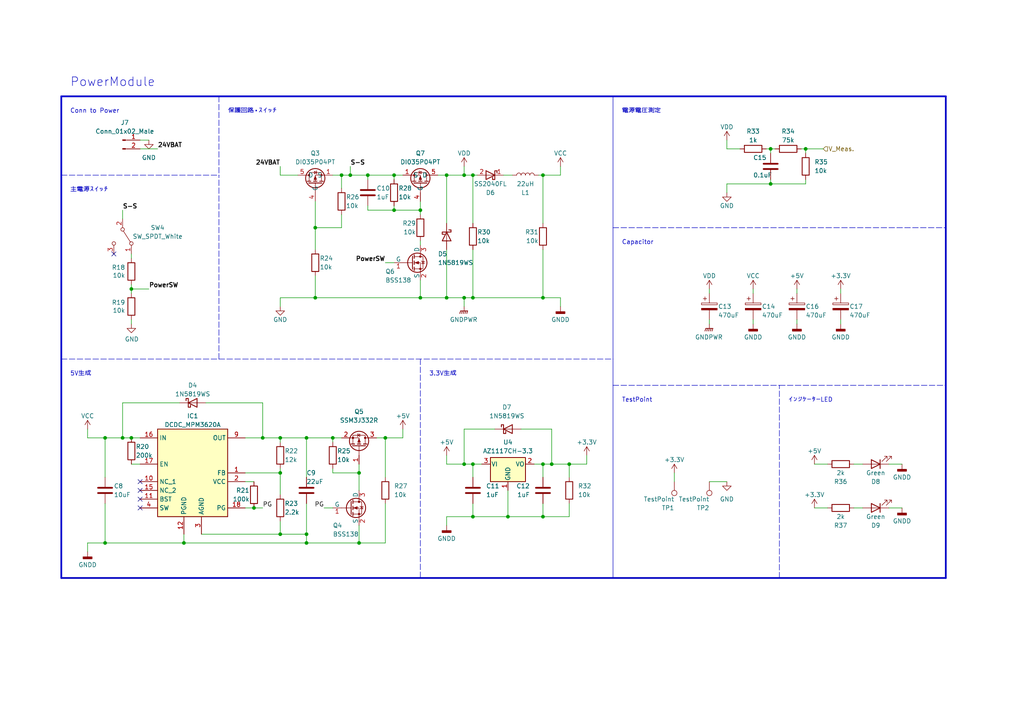
<source format=kicad_sch>
(kicad_sch (version 20230121) (generator eeschema)
  (paper "A4")
  (lib_symbols
    (symbol "AON6411_1"
      (property "Reference" "Q" (at 5.08 1.905 0))
      (property "Value" "AON6411" (at 5.08 0 0))
      (symbol "AON6411_1_0_1"
        (polyline (pts (xy 0.254 0) (xy -2.54 0)))
        (polyline (pts (xy 0.254 1.905) (xy 0.254 -1.905)) (stroke (width 0.254)))
        (polyline (pts (xy 0.762 -1.27) (xy 0.762 -2.286)) (stroke (width 0.254)))
        (polyline (pts (xy 0.762 0.508) (xy 0.762 -0.508)) (stroke (width 0.254)))
        (polyline (pts (xy 0.762 2.286) (xy 0.762 1.27)) (stroke (width 0.254)))
        (polyline (pts (xy 2.54 2.54) (xy 2.54 1.778)))
        (polyline (pts (xy 2.54 -2.54) (xy 2.54 0) (xy 0.762 0)))
        (polyline (pts (xy 0.762 1.778) (xy 3.302 1.778) (xy 3.302 -1.778) (xy 0.762 -1.778)))
        (polyline (pts (xy 2.286 0) (xy 1.27 0.381) (xy 1.27 -0.381) (xy 2.286 0)) (fill (type outline)))
        (polyline (pts (xy 2.794 -0.508) (xy 2.921 -0.381) (xy 3.683 -0.381) (xy 3.81 -0.254)))
        (polyline (pts (xy 3.302 -0.381) (xy 2.921 0.254) (xy 3.683 0.254) (xy 3.302 -0.381)))
        (circle (center 1.651 0) (radius 2.794) (stroke (width 0.254)))
        (circle (center 2.54 -1.778) (radius 0.254) (fill (type outline)))
        (circle (center 2.54 1.778) (radius 0.254) (fill (type outline)))
      )
      (symbol "AON6411_1_1_1"
        (pin passive line (at 2.54 -5.08 90) (length 2.54) (name "S") (number "1"))
        (pin passive line (at 2.54 -5.08 90) (length 2.54) hide (name "S") (number "2"))
        (pin passive line (at 2.54 -5.08 90) (length 2.54) hide (name "S") (number "3"))
        (pin input line (at -5.08 0 0) (length 2.54) (name "G") (number "4"))
        (pin passive line (at 2.54 5.08 270) (length 2.54) (name "D") (number "5"))
      )
    )
    (symbol "Connector:Conn_01x02_Male" (pin_names (offset 1.016) hide)
      (property "Reference" "J" (at 0 2.54 0))
      (property "Value" "Conn_01x02_Male" (at 0 -5.08 0))
      (symbol "Conn_01x02_Male_1_1"
        (polyline (pts (xy 1.27 -2.54) (xy 0.8636 -2.54)) (stroke (width 0.1524)))
        (polyline (pts (xy 1.27 0) (xy 0.8636 0)) (stroke (width 0.1524)))
        (rectangle (start 0.8636 -2.413) (end 0 -2.667) (stroke (width 0.1524)) (fill (type outline)))
        (rectangle (start 0.8636 0.127) (end 0 -0.127) (stroke (width 0.1524)) (fill (type outline)))
        (pin passive line (at 5.08 0 180) (length 3.81) (name "Pin_1") (number "1"))
        (pin passive line (at 5.08 -2.54 180) (length 3.81) (name "Pin_2") (number "2"))
      )
    )
    (symbol "Connector:TestPoint" (pin_numbers hide) (pin_names (offset 0.762) hide)
      (property "Reference" "TP" (at 0 6.858 0))
      (property "Value" "TestPoint" (at 0 5.08 0))
      (symbol "TestPoint_0_1"
        (circle (center 0 3.302) (radius 0.762))
      )
      (symbol "TestPoint_1_1"
        (pin passive line (at 0 0 90) (length 2.54) (name "1") (number "1"))
      )
    )
    (symbol "D_Schottky_3" (pin_numbers hide) (pin_names (offset 1.016) hide)
      (property "Reference" "D" (at 0 2.54 0))
      (property "Value" "D_Schottky_3" (at 0 -2.54 0))
      (symbol "D_Schottky_3_0_1"
        (polyline (pts (xy 1.27 0) (xy -1.27 0)))
        (polyline (pts (xy 1.27 1.27) (xy 1.27 -1.27) (xy -1.27 0) (xy 1.27 1.27)) (stroke (width 0.254)))
        (polyline (pts (xy -1.905 0.635) (xy -1.905 1.27) (xy -1.27 1.27) (xy -1.27 -1.27) (xy -0.635 -1.27) (xy -0.635 -0.635)) (stroke (width 0.254)))
      )
      (symbol "D_Schottky_3_1_1"
        (pin passive line (at -3.81 0 0) (length 2.54) (name "K") (number "1"))
        (pin passive line (at 3.81 0 180) (length 2.54) (name "A") (number "2"))
      )
    )
    (symbol "Device:C" (pin_numbers hide) (pin_names (offset 0.254))
      (property "Reference" "C" (at 0.635 2.54 0))
      (property "Value" "C" (at 0.635 -2.54 0))
      (symbol "C_0_1"
        (polyline (pts (xy -2.032 -0.762) (xy 2.032 -0.762)) (stroke (width 0.508)))
        (polyline (pts (xy -2.032 0.762) (xy 2.032 0.762)) (stroke (width 0.508)))
      )
      (symbol "C_1_1"
        (pin passive line (at 0 3.81 270) (length 2.794) (name "~") (number "1"))
        (pin passive line (at 0 -3.81 90) (length 2.794) (name "~") (number "2"))
      )
    )
    (symbol "Device:C_Polarized" (pin_numbers hide) (pin_names (offset 0.254))
      (property "Reference" "C" (at 0.635 2.54 0))
      (property "Value" "C_Polarized" (at 0.635 -2.54 0))
      (symbol "C_Polarized_0_1"
        (rectangle (start -2.286 0.508) (end 2.286 1.016))
        (polyline (pts (xy -1.778 2.286) (xy -0.762 2.286)))
        (polyline (pts (xy -1.27 2.794) (xy -1.27 1.778)))
        (rectangle (start 2.286 -0.508) (end -2.286 -1.016) (fill (type outline)))
      )
      (symbol "C_Polarized_1_1"
        (pin passive line (at 0 3.81 270) (length 2.794) (name "~") (number "1"))
        (pin passive line (at 0 -3.81 90) (length 2.794) (name "~") (number "2"))
      )
    )
    (symbol "Device:D_Schottky" (pin_names (offset 1.016) hide)
      (property "Reference" "D" (at 0 2.54 0))
      (property "Value" "D_Schottky" (at 0 -2.54 0))
      (symbol "D_Schottky_0_1"
        (polyline (pts (xy 1.27 0) (xy -1.27 0)))
        (polyline (pts (xy 1.27 1.27) (xy 1.27 -1.27) (xy -1.27 0) (xy 1.27 1.27)) (stroke (width 0.254)))
        (polyline (pts (xy -1.905 0.635) (xy -1.905 1.27) (xy -1.27 1.27) (xy -1.27 -1.27) (xy -0.635 -1.27) (xy -0.635 -0.635)) (stroke (width 0.254)))
      )
      (symbol "D_Schottky_1_1"
        (pin passive line (at -3.81 0 0) (length 2.54) (name "K") (number "1"))
        (pin passive line (at 3.81 0 180) (length 2.54) (name "A") (number "2"))
      )
    )
    (symbol "Device:L" (pin_numbers hide) (pin_names (offset 1.016) hide)
      (property "Reference" "L" (at -1.27 0 90))
      (property "Value" "L" (at 1.905 0 90))
      (symbol "L_0_1"
        (arc (start 0 -2.54) (mid 0.6323 -1.905) (end 0 -1.27))
        (arc (start 0 -1.27) (mid 0.6323 -0.635) (end 0 0))
        (arc (start 0 0) (mid 0.6323 0.635) (end 0 1.27))
        (arc (start 0 1.27) (mid 0.6323 1.905) (end 0 2.54))
      )
      (symbol "L_1_1"
        (pin passive line (at 0 3.81 270) (length 1.27) (name "1") (number "1"))
        (pin passive line (at 0 -3.81 90) (length 1.27) (name "2") (number "2"))
      )
    )
    (symbol "Device:LED" (pin_numbers hide) (pin_names (offset 1.016) hide)
      (property "Reference" "D" (at 0 2.54 0))
      (property "Value" "LED" (at 0 -2.54 0))
      (symbol "LED_0_1"
        (polyline (pts (xy -1.27 -1.27) (xy -1.27 1.27)) (stroke (width 0.254)))
        (polyline (pts (xy -1.27 0) (xy 1.27 0)))
        (polyline (pts (xy 1.27 -1.27) (xy 1.27 1.27) (xy -1.27 0) (xy 1.27 -1.27)) (stroke (width 0.254)))
        (polyline (pts (xy -3.048 -0.762) (xy -4.572 -2.286) (xy -3.81 -2.286) (xy -4.572 -2.286) (xy -4.572 -1.524)))
        (polyline (pts (xy -1.778 -0.762) (xy -3.302 -2.286) (xy -2.54 -2.286) (xy -3.302 -2.286) (xy -3.302 -1.524)))
      )
      (symbol "LED_1_1"
        (pin passive line (at -3.81 0 0) (length 2.54) (name "K") (number "1"))
        (pin passive line (at 3.81 0 180) (length 2.54) (name "A") (number "2"))
      )
    )
    (symbol "Device:Q_PMOS_GSD" (pin_names (offset 0) hide)
      (property "Reference" "Q" (at 5.08 1.27 0))
      (property "Value" "Q_PMOS_GSD" (at 5.08 -1.27 0))
      (symbol "Q_PMOS_GSD_0_1"
        (polyline (pts (xy 0.254 0) (xy -2.54 0)))
        (polyline (pts (xy 0.254 1.905) (xy 0.254 -1.905)) (stroke (width 0.254)))
        (polyline (pts (xy 0.762 -1.27) (xy 0.762 -2.286)) (stroke (width 0.254)))
        (polyline (pts (xy 0.762 0.508) (xy 0.762 -0.508)) (stroke (width 0.254)))
        (polyline (pts (xy 0.762 2.286) (xy 0.762 1.27)) (stroke (width 0.254)))
        (polyline (pts (xy 2.54 2.54) (xy 2.54 1.778)))
        (polyline (pts (xy 2.54 -2.54) (xy 2.54 0) (xy 0.762 0)))
        (polyline (pts (xy 0.762 1.778) (xy 3.302 1.778) (xy 3.302 -1.778) (xy 0.762 -1.778)))
        (polyline (pts (xy 2.286 0) (xy 1.27 0.381) (xy 1.27 -0.381) (xy 2.286 0)) (fill (type outline)))
        (polyline (pts (xy 2.794 -0.508) (xy 2.921 -0.381) (xy 3.683 -0.381) (xy 3.81 -0.254)))
        (polyline (pts (xy 3.302 -0.381) (xy 2.921 0.254) (xy 3.683 0.254) (xy 3.302 -0.381)))
        (circle (center 1.651 0) (radius 2.794) (stroke (width 0.254)))
        (circle (center 2.54 -1.778) (radius 0.254) (fill (type outline)))
        (circle (center 2.54 1.778) (radius 0.254) (fill (type outline)))
      )
      (symbol "Q_PMOS_GSD_1_1"
        (pin input line (at -5.08 0 0) (length 2.54) (name "G") (number "1"))
        (pin passive line (at 2.54 -5.08 90) (length 2.54) (name "S") (number "2"))
        (pin passive line (at 2.54 5.08 270) (length 2.54) (name "D") (number "3"))
      )
    )
    (symbol "Device:R" (pin_numbers hide) (pin_names (offset 0))
      (property "Reference" "R" (at 2.032 0 90))
      (property "Value" "R" (at 0 0 90))
      (symbol "R_0_1"
        (rectangle (start -1.016 -2.54) (end 1.016 2.54) (stroke (width 0.254)))
      )
      (symbol "R_1_1"
        (pin passive line (at 0 3.81 270) (length 1.27) (name "~") (number "1"))
        (pin passive line (at 0 -3.81 90) (length 1.27) (name "~") (number "2"))
      )
    )
    (symbol "MyLibrary:DCDC_MPM3620A"
      (property "Reference" "IC" (at 6.35 5.08 0))
      (property "Value" "DCDC_MPM3620A" (at 6.35 2.54 0))
      (symbol "DCDC_MPM3620A_1_1"
        (rectangle (start 5.08 0) (end 25.4 -25.4) (stroke (width 0.254)) (fill (type background)))
        (pin passive line (at 30.48 -12.7 180) (length 5.08) (name "FB") (number "1"))
        (pin passive line (at 0 -15.24 0) (length 5.08) (name "NC_1") (number "10"))
        (pin passive line (at 0 -20.32 0) (length 5.08) (name "BST") (number "11"))
        (pin passive line (at 12.7 -30.48 90) (length 5.08) (name "PGND") (number "12"))
        (pin passive line (at 12.7 -30.48 90) (length 5.08) hide (name "PGND_2") (number "13"))
        (pin passive line (at 12.7 -30.48 90) (length 5.08) hide (name "PGND_3") (number "14"))
        (pin passive line (at 0 -17.78 0) (length 5.08) (name "NC_2") (number "15"))
        (pin passive line (at 0 -2.54 0) (length 5.08) (name "IN") (number "16"))
        (pin passive line (at 0 -10.16 0) (length 5.08) (name "EN") (number "17"))
        (pin passive line (at 30.48 -22.86 180) (length 5.08) (name "PG") (number "18"))
        (pin passive line (at 30.48 -15.24 180) (length 5.08) (name "VCC") (number "2"))
        (pin passive line (at 17.78 -30.48 90) (length 5.08) (name "AGND") (number "3"))
        (pin passive line (at 0 -22.86 0) (length 5.08) (name "SW") (number "4"))
        (pin passive line (at 30.48 -2.54 180) (length 5.08) (name "OUT") (number "9"))
      )
    )
    (symbol "Q_NMOS_GSD_1" (pin_names (offset 0))
      (property "Reference" "Q" (at 5.08 1.27 0))
      (property "Value" "Q_NMOS_GSD_1" (at 5.08 -1.27 0))
      (symbol "Q_NMOS_GSD_1_0_1"
        (polyline (pts (xy 0.254 0) (xy -2.54 0)))
        (polyline (pts (xy 0.254 1.905) (xy 0.254 -1.905)) (stroke (width 0.254)))
        (polyline (pts (xy 0.762 -1.27) (xy 0.762 -2.286)) (stroke (width 0.254)))
        (polyline (pts (xy 0.762 0.508) (xy 0.762 -0.508)) (stroke (width 0.254)))
        (polyline (pts (xy 0.762 2.286) (xy 0.762 1.27)) (stroke (width 0.254)))
        (polyline (pts (xy 2.54 2.54) (xy 2.54 1.778)))
        (polyline (pts (xy 2.54 -2.54) (xy 2.54 0) (xy 0.762 0)))
        (polyline (pts (xy 0.762 -1.778) (xy 3.302 -1.778) (xy 3.302 1.778) (xy 0.762 1.778)))
        (polyline (pts (xy 1.016 0) (xy 2.032 0.381) (xy 2.032 -0.381) (xy 1.016 0)) (fill (type outline)))
        (polyline (pts (xy 2.794 0.508) (xy 2.921 0.381) (xy 3.683 0.381) (xy 3.81 0.254)))
        (polyline (pts (xy 3.302 0.381) (xy 2.921 -0.254) (xy 3.683 -0.254) (xy 3.302 0.381)))
        (circle (center 1.651 0) (radius 2.794) (stroke (width 0.254)))
        (circle (center 2.54 -1.778) (radius 0.254) (fill (type outline)))
        (circle (center 2.54 1.778) (radius 0.254) (fill (type outline)))
      )
      (symbol "Q_NMOS_GSD_1_1_1"
        (pin input line (at -5.08 0 0) (length 2.54) (name "G") (number "1"))
        (pin passive line (at 2.54 -5.08 90) (length 2.54) (name "S") (number "2"))
        (pin passive line (at 2.54 5.08 270) (length 2.54) (name "D") (number "3"))
      )
    )
    (symbol "Regulator_Linear:AMS1117CD-3.3" (pin_names (offset 0.254))
      (property "Reference" "U" (at -3.81 3.175 0))
      (property "Value" "AMS1117CD-3.3" (at 0 3.175 0))
      (symbol "AMS1117CD-3.3_0_1"
        (rectangle (start -5.08 -5.08) (end 5.08 1.905) (stroke (width 0.254)) (fill (type background)))
      )
      (symbol "AMS1117CD-3.3_1_1"
        (pin power_in line (at 0 -7.62 90) (length 2.54) (name "GND") (number "1"))
        (pin power_out line (at 7.62 0 180) (length 2.54) (name "VO") (number "2"))
        (pin power_in line (at -7.62 0 0) (length 2.54) (name "VI") (number "3"))
      )
    )
    (symbol "Switch:SW_SPDT" (pin_names (offset 0) hide)
      (property "Reference" "SW" (at 0 4.318 0))
      (property "Value" "SW_SPDT" (at 0 -5.08 0))
      (symbol "SW_SPDT_0_0"
        (circle (center -2.032 0) (radius 0.508))
        (circle (center 2.032 -2.54) (radius 0.508))
      )
      (symbol "SW_SPDT_0_1"
        (polyline (pts (xy -1.524 0.254) (xy 1.651 2.286)))
        (circle (center 2.032 2.54) (radius 0.508))
      )
      (symbol "SW_SPDT_1_1"
        (pin passive line (at 5.08 2.54 180) (length 2.54) (name "A") (number "1"))
        (pin passive line (at -5.08 0 0) (length 2.54) (name "B") (number "2"))
        (pin passive line (at 5.08 -2.54 180) (length 2.54) (name "C") (number "3"))
      )
    )
    (symbol "Transistor_FET:AON6411"
      (property "Reference" "Q" (at 5.08 1.905 0))
      (property "Value" "AON6411" (at 5.08 0 0))
      (symbol "AON6411_0_1"
        (polyline (pts (xy 0.254 0) (xy -2.54 0)))
        (polyline (pts (xy 0.254 1.905) (xy 0.254 -1.905)) (stroke (width 0.254)))
        (polyline (pts (xy 0.762 -1.27) (xy 0.762 -2.286)) (stroke (width 0.254)))
        (polyline (pts (xy 0.762 0.508) (xy 0.762 -0.508)) (stroke (width 0.254)))
        (polyline (pts (xy 0.762 2.286) (xy 0.762 1.27)) (stroke (width 0.254)))
        (polyline (pts (xy 2.54 2.54) (xy 2.54 1.778)))
        (polyline (pts (xy 2.54 -2.54) (xy 2.54 0) (xy 0.762 0)))
        (polyline (pts (xy 0.762 1.778) (xy 3.302 1.778) (xy 3.302 -1.778) (xy 0.762 -1.778)))
        (polyline (pts (xy 2.286 0) (xy 1.27 0.381) (xy 1.27 -0.381) (xy 2.286 0)) (fill (type outline)))
        (polyline (pts (xy 2.794 -0.508) (xy 2.921 -0.381) (xy 3.683 -0.381) (xy 3.81 -0.254)))
        (polyline (pts (xy 3.302 -0.381) (xy 2.921 0.254) (xy 3.683 0.254) (xy 3.302 -0.381)))
        (circle (center 1.651 0) (radius 2.794) (stroke (width 0.254)))
        (circle (center 2.54 -1.778) (radius 0.254) (fill (type outline)))
        (circle (center 2.54 1.778) (radius 0.254) (fill (type outline)))
      )
      (symbol "AON6411_1_1"
        (pin passive line (at 2.54 -5.08 90) (length 2.54) (name "S") (number "1"))
        (pin passive line (at 2.54 -5.08 90) (length 2.54) hide (name "S") (number "2"))
        (pin passive line (at 2.54 -5.08 90) (length 2.54) hide (name "S") (number "3"))
        (pin input line (at -5.08 0 0) (length 2.54) (name "G") (number "4"))
        (pin passive line (at 2.54 5.08 270) (length 2.54) (name "D") (number "5"))
      )
    )
    (symbol "power:+3.3V" (power) (pin_names (offset 0))
      (property "Value" "+3.3V" (at 0 3.556 0))
      (symbol "+3.3V_0_1"
        (polyline (pts (xy -0.762 1.27) (xy 0 2.54)))
        (polyline (pts (xy 0 0) (xy 0 2.54)))
        (polyline (pts (xy 0 2.54) (xy 0.762 1.27)))
      )
      (symbol "+3.3V_1_1"
        (pin power_in line (at 0 0 90) (length 0) hide (name "+3.3V") (number "1"))
      )
    )
    (symbol "power:+5V" (power) (pin_names (offset 0))
      (property "Value" "+5V" (at 0 3.556 0))
      (symbol "+5V_0_1"
        (polyline (pts (xy -0.762 1.27) (xy 0 2.54)))
        (polyline (pts (xy 0 0) (xy 0 2.54)))
        (polyline (pts (xy 0 2.54) (xy 0.762 1.27)))
      )
      (symbol "+5V_1_1"
        (pin power_in line (at 0 0 90) (length 0) hide (name "+5V") (number "1"))
      )
    )
    (symbol "power:GND" (power) (pin_names (offset 0))
      (property "Value" "GND" (at 0 -3.81 0))
      (symbol "GND_0_1"
        (polyline (pts (xy 0 0) (xy 0 -1.27) (xy 1.27 -1.27) (xy 0 -2.54) (xy -1.27 -1.27) (xy 0 -1.27)))
      )
      (symbol "GND_1_1"
        (pin power_in line (at 0 0 270) (length 0) hide (name "GND") (number "1"))
      )
    )
    (symbol "power:GNDD" (power) (pin_names (offset 0))
      (property "Value" "GNDD" (at 0 -3.175 0))
      (symbol "GNDD_0_1"
        (rectangle (start -1.27 -1.524) (end 1.27 -2.032) (stroke (width 0.254)) (fill (type outline)))
        (polyline (pts (xy 0 0) (xy 0 -1.524)))
      )
      (symbol "GNDD_1_1"
        (pin power_in line (at 0 0 270) (length 0) hide (name "GNDD") (number "1"))
      )
    )
    (symbol "power:GNDPWR" (power) (pin_names (offset 0))
      (property "Value" "GNDPWR" (at 0 -3.302 0))
      (symbol "GNDPWR_0_1"
        (polyline (pts (xy 0 -1.27) (xy 0 0)))
        (polyline (pts (xy -1.016 -1.27) (xy -1.27 -2.032) (xy -1.27 -2.032)) (stroke (width 0.2032)))
        (polyline (pts (xy -0.508 -1.27) (xy -0.762 -2.032) (xy -0.762 -2.032)) (stroke (width 0.2032)))
        (polyline (pts (xy 0 -1.27) (xy -0.254 -2.032) (xy -0.254 -2.032)) (stroke (width 0.2032)))
        (polyline (pts (xy 0.508 -1.27) (xy 0.254 -2.032) (xy 0.254 -2.032)) (stroke (width 0.2032)))
        (polyline (pts (xy 1.016 -1.27) (xy -1.016 -1.27) (xy -1.016 -1.27)) (stroke (width 0.2032)))
        (polyline (pts (xy 1.016 -1.27) (xy 0.762 -2.032) (xy 0.762 -2.032) (xy 0.762 -2.032)) (stroke (width 0.2032)))
      )
      (symbol "GNDPWR_1_1"
        (pin power_in line (at 0 0 270) (length 0) hide (name "GNDPWR") (number "1"))
      )
    )
    (symbol "power:VCC" (power) (pin_names (offset 0))
      (property "Value" "VCC" (at 0 3.81 0))
      (symbol "VCC_0_1"
        (polyline (pts (xy -0.762 1.27) (xy 0 2.54)))
        (polyline (pts (xy 0 0) (xy 0 2.54)))
        (polyline (pts (xy 0 2.54) (xy 0.762 1.27)))
      )
      (symbol "VCC_1_1"
        (pin power_in line (at 0 0 90) (length 0) hide (name "VCC") (number "1"))
      )
    )
    (symbol "power:VDD" (power) (pin_names (offset 0))
      (property "Value" "VDD" (at 0 3.81 0))
      (symbol "VDD_0_1"
        (polyline (pts (xy -0.762 1.27) (xy 0 2.54)))
        (polyline (pts (xy 0 0) (xy 0 2.54)))
        (polyline (pts (xy 0 2.54) (xy 0.762 1.27)))
      )
      (symbol "VDD_1_1"
        (pin power_in line (at 0 0 90) (length 0) hide (name "VDD") (number "1"))
      )
    )
  )
  (junction (at 88.9 157.48))
  (junction (at 114.3 60.96))
  (junction (at 38.1 127))
  (junction (at 137.16 50.8))
  (junction (at 76.2 127))
  (junction (at 157.48 149.86))
  (junction (at 88.9 127))
  (junction (at 137.16 149.86))
  (junction (at 137.16 86.36))
  (junction (at 91.44 66.04))
  (junction (at 88.9 154.94))
  (junction (at 129.54 86.36))
  (junction (at 35.56 127))
  (junction (at 147.32 149.86))
  (junction (at 38.1 83.82))
  (junction (at 129.54 50.8))
  (junction (at 91.44 86.36))
  (junction (at 160.02 134.62))
  (junction (at 137.16 134.62))
  (junction (at 121.92 60.96))
  (junction (at 134.62 86.36))
  (junction (at 157.48 134.62))
  (junction (at 30.48 157.48))
  (junction (at 101.6 50.8))
  (junction (at 104.14 157.48))
  (junction (at 233.68 43.18))
  (junction (at 104.14 137.16))
  (junction (at 223.52 53.34))
  (junction (at 106.68 50.8))
  (junction (at 81.28 127))
  (junction (at 53.34 157.48))
  (junction (at 165.1 134.62))
  (junction (at 121.92 86.36))
  (junction (at 96.52 127))
  (junction (at 73.66 147.32))
  (junction (at 99.06 50.8))
  (junction (at 114.3 50.8))
  (junction (at 81.28 137.16))
  (junction (at 30.48 127))
  (junction (at 134.62 50.8))
  (junction (at 81.28 154.94))
  (junction (at 111.76 127))
  (junction (at 157.48 86.36))
  (junction (at 134.62 134.62))
  (junction (at 157.48 50.8))
  (junction (at 223.52 43.18))
  (no_connect (at 40.64 147.32))
  (no_connect (at 40.64 139.7))
  (no_connect (at 33.02 73.66))
  (no_connect (at 40.64 144.78))
  (no_connect (at 40.64 142.24))
  (wire (pts (xy 81.28 127) (xy 88.9 127)))
  (polyline (pts (xy 17.78 104.14) (xy 177.8 104.14)) (stroke (width 0) (type dash)))
  (wire (pts (xy 111.76 157.48) (xy 104.14 157.48)))
  (polyline (pts (xy 63.5 104.14) (xy 63.5 50.8)) (stroke (width 0) (type dash)))
  (wire (pts (xy 81.28 48.26) (xy 81.28 50.8)))
  (wire (pts (xy 99.06 50.8) (xy 99.06 54.61)))
  (wire (pts (xy 99.06 66.04) (xy 91.44 66.04)))
  (wire (pts (xy 157.48 50.8) (xy 162.56 50.8)))
  (wire (pts (xy 101.6 48.26) (xy 101.6 50.8)))
  (wire (pts (xy 106.68 50.8) (xy 106.68 52.07)))
  (wire (pts (xy 170.18 132.08) (xy 170.18 134.62)))
  (wire (pts (xy 38.1 127) (xy 40.64 127)))
  (wire (pts (xy 106.68 50.8) (xy 114.3 50.8)))
  (wire (pts (xy 157.48 134.62) (xy 160.02 134.62)))
  (wire (pts (xy 111.76 127) (xy 116.84 127)))
  (wire (pts (xy 96.52 137.16) (xy 104.14 137.16)))
  (wire (pts (xy 157.48 149.86) (xy 165.1 149.86)))
  (wire (pts (xy 104.14 134.62) (xy 104.14 137.16)))
  (wire (pts (xy 160.02 124.46) (xy 160.02 134.62)))
  (wire (pts (xy 71.12 137.16) (xy 81.28 137.16)))
  (wire (pts (xy 129.54 50.8) (xy 134.62 50.8)))
  (polyline (pts (xy 17.78 27.94) (xy 274.32 27.94)) (stroke (width 0.5) (type solid)))
  (wire (pts (xy 104.14 137.16) (xy 104.14 142.24)))
  (wire (pts (xy 73.66 147.32) (xy 76.2 147.32)))
  (wire (pts (xy 146.05 50.8) (xy 148.59 50.8)))
  (wire (pts (xy 137.16 134.62) (xy 137.16 138.43)))
  (wire (pts (xy 121.92 86.36) (xy 129.54 86.36)))
  (wire (pts (xy 114.3 60.96) (xy 121.92 60.96)))
  (wire (pts (xy 165.1 134.62) (xy 165.1 138.43)))
  (wire (pts (xy 53.34 157.48) (xy 88.9 157.48)))
  (wire (pts (xy 210.82 40.64) (xy 210.82 43.18)))
  (wire (pts (xy 96.52 50.8) (xy 99.06 50.8)))
  (wire (pts (xy 91.44 80.01) (xy 91.44 86.36)))
  (wire (pts (xy 71.12 139.7) (xy 73.66 139.7)))
  (wire (pts (xy 210.82 43.18) (xy 214.63 43.18)))
  (wire (pts (xy 134.62 86.36) (xy 137.16 86.36)))
  (wire (pts (xy 127 50.8) (xy 129.54 50.8)))
  (wire (pts (xy 99.06 62.23) (xy 99.06 66.04)))
  (wire (pts (xy 109.22 127) (xy 111.76 127)))
  (wire (pts (xy 30.48 146.05) (xy 30.48 157.48)))
  (wire (pts (xy 114.3 50.8) (xy 116.84 50.8)))
  (wire (pts (xy 25.4 157.48) (xy 25.4 160.02)))
  (wire (pts (xy 129.54 72.39) (xy 129.54 86.36)))
  (wire (pts (xy 157.48 72.39) (xy 157.48 86.36)))
  (wire (pts (xy 232.41 43.18) (xy 233.68 43.18)))
  (wire (pts (xy 71.12 127) (xy 76.2 127)))
  (wire (pts (xy 81.28 135.89) (xy 81.28 137.16)))
  (wire (pts (xy 218.44 92.71) (xy 218.44 93.98)))
  (wire (pts (xy 165.1 134.62) (xy 170.18 134.62)))
  (wire (pts (xy 165.1 146.05) (xy 165.1 149.86)))
  (wire (pts (xy 88.9 127) (xy 96.52 127)))
  (wire (pts (xy 40.64 40.64) (xy 43.18 40.64)))
  (wire (pts (xy 137.16 50.8) (xy 134.62 50.8)))
  (wire (pts (xy 35.56 127) (xy 38.1 127)))
  (polyline (pts (xy 177.8 27.94) (xy 177.8 167.64)) (stroke (width 0) (type solid)))
  (wire (pts (xy 59.69 116.84) (xy 76.2 116.84)))
  (wire (pts (xy 236.22 147.32) (xy 240.03 147.32)))
  (wire (pts (xy 116.84 124.46) (xy 116.84 127)))
  (wire (pts (xy 137.16 86.36) (xy 157.48 86.36)))
  (wire (pts (xy 147.32 149.86) (xy 157.48 149.86)))
  (wire (pts (xy 223.52 44.45) (xy 223.52 43.18)))
  (polyline (pts (xy 274.32 167.64) (xy 17.78 167.64)) (stroke (width 0.5) (type solid)))
  (wire (pts (xy 114.3 59.69) (xy 114.3 60.96)))
  (wire (pts (xy 134.62 124.46) (xy 134.62 134.62)))
  (wire (pts (xy 111.76 146.05) (xy 111.76 157.48)))
  (wire (pts (xy 223.52 43.18) (xy 224.79 43.18)))
  (wire (pts (xy 210.82 55.88) (xy 210.82 53.34)))
  (wire (pts (xy 162.56 86.36) (xy 162.56 88.9)))
  (wire (pts (xy 243.84 92.71) (xy 243.84 93.98)))
  (wire (pts (xy 88.9 157.48) (xy 104.14 157.48)))
  (wire (pts (xy 151.13 124.46) (xy 160.02 124.46)))
  (wire (pts (xy 106.68 59.69) (xy 106.68 60.96)))
  (wire (pts (xy 223.52 53.34) (xy 233.68 53.34)))
  (wire (pts (xy 88.9 154.94) (xy 88.9 157.48)))
  (wire (pts (xy 162.56 48.26) (xy 162.56 50.8)))
  (wire (pts (xy 81.28 151.13) (xy 81.28 154.94)))
  (wire (pts (xy 81.28 154.94) (xy 88.9 154.94)))
  (wire (pts (xy 137.16 50.8) (xy 137.16 64.77)))
  (wire (pts (xy 223.52 43.18) (xy 222.25 43.18)))
  (wire (pts (xy 233.68 52.07) (xy 233.68 53.34)))
  (polyline (pts (xy 226.06 167.64) (xy 226.06 111.76)) (stroke (width 0) (type dash)))
  (wire (pts (xy 25.4 127) (xy 30.48 127)))
  (wire (pts (xy 129.54 86.36) (xy 134.62 86.36)))
  (wire (pts (xy 96.52 127) (xy 96.52 128.27)))
  (wire (pts (xy 53.34 154.94) (xy 53.34 157.48)))
  (wire (pts (xy 25.4 127) (xy 25.4 124.46)))
  (wire (pts (xy 129.54 50.8) (xy 129.54 64.77)))
  (wire (pts (xy 30.48 127) (xy 35.56 127)))
  (wire (pts (xy 134.62 134.62) (xy 137.16 134.62)))
  (wire (pts (xy 38.1 82.55) (xy 38.1 83.82)))
  (wire (pts (xy 233.68 43.18) (xy 238.76 43.18)))
  (polyline (pts (xy 177.8 66.04) (xy 274.32 66.04)) (stroke (width 0) (type dash)))
  (wire (pts (xy 210.82 53.34) (xy 223.52 53.34)))
  (wire (pts (xy 147.32 142.24) (xy 147.32 149.86)))
  (wire (pts (xy 218.44 83.82) (xy 218.44 85.09)))
  (wire (pts (xy 257.81 134.62) (xy 261.62 134.62)))
  (wire (pts (xy 88.9 154.94) (xy 88.9 146.05)))
  (polyline (pts (xy 63.5 27.94) (xy 63.5 50.8)) (stroke (width 0) (type dash)))
  (wire (pts (xy 121.92 60.96) (xy 121.92 62.23)))
  (wire (pts (xy 104.14 152.4) (xy 104.14 157.48)))
  (wire (pts (xy 96.52 127) (xy 99.06 127)))
  (wire (pts (xy 121.92 58.42) (xy 121.92 60.96)))
  (wire (pts (xy 35.56 116.84) (xy 52.07 116.84)))
  (wire (pts (xy 129.54 149.86) (xy 129.54 152.4)))
  (wire (pts (xy 134.62 48.26) (xy 134.62 50.8)))
  (wire (pts (xy 30.48 157.48) (xy 53.34 157.48)))
  (wire (pts (xy 88.9 127) (xy 88.9 138.43)))
  (wire (pts (xy 38.1 73.66) (xy 38.1 74.93)))
  (wire (pts (xy 38.1 83.82) (xy 38.1 85.09)))
  (wire (pts (xy 243.84 83.82) (xy 243.84 85.09)))
  (wire (pts (xy 231.14 83.82) (xy 231.14 85.09)))
  (wire (pts (xy 43.18 83.82) (xy 38.1 83.82)))
  (wire (pts (xy 114.3 50.8) (xy 114.3 52.07)))
  (wire (pts (xy 40.64 43.18) (xy 45.72 43.18)))
  (wire (pts (xy 76.2 127) (xy 81.28 127)))
  (wire (pts (xy 93.98 147.32) (xy 96.52 147.32)))
  (wire (pts (xy 205.74 92.71) (xy 205.74 93.98)))
  (wire (pts (xy 236.22 134.62) (xy 240.03 134.62)))
  (wire (pts (xy 96.52 135.89) (xy 96.52 137.16)))
  (wire (pts (xy 129.54 149.86) (xy 137.16 149.86)))
  (wire (pts (xy 81.28 50.8) (xy 86.36 50.8)))
  (polyline (pts (xy 121.92 104.14) (xy 121.92 167.64)) (stroke (width 0) (type dash)))
  (wire (pts (xy 195.58 137.16) (xy 195.58 139.7)))
  (wire (pts (xy 231.14 92.71) (xy 231.14 93.98)))
  (wire (pts (xy 101.6 50.8) (xy 106.68 50.8)))
  (wire (pts (xy 160.02 134.62) (xy 165.1 134.62)))
  (wire (pts (xy 223.52 52.07) (xy 223.52 53.34)))
  (wire (pts (xy 137.16 134.62) (xy 139.7 134.62)))
  (wire (pts (xy 129.54 134.62) (xy 134.62 134.62)))
  (wire (pts (xy 111.76 76.2) (xy 114.3 76.2)))
  (wire (pts (xy 205.74 83.82) (xy 205.74 85.09)))
  (wire (pts (xy 35.56 60.96) (xy 35.56 63.5)))
  (wire (pts (xy 91.44 86.36) (xy 121.92 86.36)))
  (wire (pts (xy 76.2 116.84) (xy 76.2 127)))
  (polyline (pts (xy 274.32 27.94) (xy 274.32 167.64)) (stroke (width 0.5) (type solid)))
  (wire (pts (xy 25.4 157.48) (xy 30.48 157.48)))
  (wire (pts (xy 156.21 50.8) (xy 157.48 50.8)))
  (wire (pts (xy 121.92 69.85) (xy 121.92 71.12)))
  (wire (pts (xy 38.1 134.62) (xy 40.64 134.62)))
  (wire (pts (xy 233.68 43.18) (xy 233.68 44.45)))
  (wire (pts (xy 91.44 66.04) (xy 91.44 72.39)))
  (wire (pts (xy 81.28 127) (xy 81.28 128.27)))
  (wire (pts (xy 205.74 139.7) (xy 210.82 139.7)))
  (polyline (pts (xy 226.06 111.76) (xy 274.32 111.76)) (stroke (width 0) (type dash)))
  (wire (pts (xy 154.94 134.62) (xy 157.48 134.62)))
  (wire (pts (xy 106.68 60.96) (xy 114.3 60.96)))
  (wire (pts (xy 257.81 147.32) (xy 261.62 147.32)))
  (wire (pts (xy 157.48 146.05) (xy 157.48 149.86)))
  (wire (pts (xy 137.16 149.86) (xy 147.32 149.86)))
  (wire (pts (xy 58.42 154.94) (xy 81.28 154.94)))
  (wire (pts (xy 91.44 86.36) (xy 81.28 86.36)))
  (wire (pts (xy 38.1 92.71) (xy 38.1 93.98)))
  (wire (pts (xy 162.56 86.36) (xy 157.48 86.36)))
  (wire (pts (xy 247.65 134.62) (xy 250.19 134.62)))
  (wire (pts (xy 137.16 72.39) (xy 137.16 86.36)))
  (wire (pts (xy 137.16 50.8) (xy 138.43 50.8)))
  (wire (pts (xy 247.65 147.32) (xy 250.19 147.32)))
  (wire (pts (xy 99.06 50.8) (xy 101.6 50.8)))
  (wire (pts (xy 157.48 50.8) (xy 157.48 64.77)))
  (wire (pts (xy 71.12 147.32) (xy 73.66 147.32)))
  (wire (pts (xy 81.28 86.36) (xy 81.28 88.9)))
  (wire (pts (xy 137.16 146.05) (xy 137.16 149.86)))
  (wire (pts (xy 121.92 81.28) (xy 121.92 86.36)))
  (wire (pts (xy 129.54 132.08) (xy 129.54 134.62)))
  (wire (pts (xy 111.76 127) (xy 111.76 138.43)))
  (wire (pts (xy 91.44 58.42) (xy 91.44 66.04)))
  (polyline (pts (xy 17.78 50.8) (xy 63.5 50.8)) (stroke (width 0) (type dash)))
  (wire (pts (xy 35.56 116.84) (xy 35.56 127)))
  (wire (pts (xy 30.48 138.43) (xy 30.48 127)))
  (wire (pts (xy 157.48 134.62) (xy 157.48 138.43)))
  (wire (pts (xy 81.28 137.16) (xy 81.28 143.51)))
  (wire (pts (xy 134.62 124.46) (xy 143.51 124.46)))
  (polyline (pts (xy 177.8 111.76) (xy 226.06 111.76)) (stroke (width 0) (type dash)))
  (polyline (pts (xy 17.78 167.64) (xy 17.78 27.94)) (stroke (width 0.5) (type solid)))
  (wire (pts (xy 134.62 88.9) (xy 134.62 86.36)))
  (text "インジケーターLED" (at 228.6 116.84 0) (effects (font (size 1.27 1.27)) (justify left bottom)))
  (text "電源電圧測定" (at 180.34 33.02 0) (effects (font (size 1.27 1.27)) (justify left bottom)))
  (text "主電源スイッチ" (at 20.32 55.88 0) (effects (font (size 1.27 1.27)) (justify left bottom)))
  (text "保護回路・スイッチ" (at 66.04 33.02 0) (effects (font (size 1.27 1.27)) (justify left bottom)))
  (text "3.3V生成" (at 124.46 109.22 0) (effects (font (size 1.27 1.27)) (justify left bottom)))
  (text "5V生成" (at 20.32 109.22 0) (effects (font (size 1.27 1.27)) (justify left bottom)))
  (text "Conn to Power" (at 20.32 33.02 0) (effects (font (size 1.27 1.27)) (justify left bottom)))
  (text "TestPoint" (at 180.34 116.84 0) (effects (font (size 1.27 1.27)) (justify left bottom)))
  (text "Capacitor" (at 180.34 71.12 0) (effects (font (size 1.27 1.27)) (justify left bottom)))
  (text "PowerModule" (at 20.32 25.4 0) (effects (font (size 2.54 2.54)) (justify left bottom)))
  (label "PG" (at 76.2 147.32 0))
  (label "24VBAT" (at 45.72 43.18 0) (effects (font (thickness 0.254) bold)))
  (label "PowerSW" (at 43.18 83.82 0) (effects (font (thickness 0.254) bold)))
  (label "S-S" (at 35.56 60.96 0) (effects (font (thickness 0.254) bold)))
  (label "S-S" (at 101.6 48.26 0) (effects (font (thickness 0.254) bold)))
  (label "PowerSW" (at 111.76 76.2 180) (effects (font (thickness 0.254) bold)))
  (label "24VBAT" (at 81.28 48.26 180) (effects (font (thickness 0.254) bold)))
  (label "PG" (at 93.98 147.32 180))
  (hierarchical_label "V_Meas." (shape input) (at 238.76 43.18 0))
  (symbol (lib_id "Device:R") (at 114.3 55.88 0) (unit 1)
    (property "Reference" "R28" (at 115.57 54.61 0) (effects (justify left)))
    (property "Value" "10k" (at 115.57 57.15 0) (effects (justify left)))
    (property "Footprint" "Resistor_SMD:R_0402_1005Metric" (effects hide))
  )
  (symbol (lib_id "Device:R") (at 73.66 143.51 0) (mirror x) (unit 1)
    (property "Reference" "R21" (at 72.39 142.24 0) (effects (justify right)))
    (property "Value" "100k" (at 72.39 144.78 0) (effects (justify right)))
    (property "Footprint" "Resistor_SMD:R_0402_1005Metric" (effects hide))
  )
  (symbol (lib_id "Device:R") (at 81.28 147.32 180) (unit 1)
    (property "Reference" "R23" (at 82.55 146.05 0) (effects (justify right)))
    (property "Value" "2.2k" (at 82.55 148.59 0) (effects (justify right)))
    (property "Footprint" "Resistor_SMD:R_0402_1005Metric" (effects hide))
  )
  (symbol (lib_id "power:GND") (at 210.82 55.88 0) (unit 1)
    (property "Reference" "#PWR047" (effects hide))
    (property "Value" "GND" (at 210.82 59.69 0))
  )
  (symbol (lib_name "AON6411_1") (lib_id "Transistor_FET:AON6411") (at 121.92 53.34 270) (mirror x) (unit 1)
    (property "Reference" "Q7" (at 121.92 44.45 90))
    (property "Value" "DI035P04PT" (at 121.92 46.99 90))
    (property "Footprint" "MyLibrary:Package_TSON-Advance" (effects hide))
    (property "Datasheet" "http://www.aosmd.com/res/data_sheets/AON6411.pdf" (effects hide))
  )
  (symbol (lib_id "Connector:TestPoint") (at 195.58 139.7 180) (unit 1)
    (property "Reference" "TP1" (at 195.58 147.32 0) (effects (justify left)))
    (property "Value" "TestPoint" (at 195.58 144.78 0) (effects (justify left)))
    (property "Footprint" "TestPoint:TestPoint_THTPad_D2.0mm_Drill1.0mm" (effects hide))
  )
  (symbol (lib_id "power:+3.3V") (at 236.22 147.32 0) (unit 1)
    (property "Reference" "#PWR054" (effects hide))
    (property "Value" "+3.3V" (at 236.22 143.51 0))
  )
  (symbol (lib_id "Device:R") (at 137.16 68.58 0) (unit 1)
    (property "Reference" "R30" (at 138.43 67.31 0) (effects (justify left)))
    (property "Value" "10k" (at 138.43 69.85 0) (effects (justify left)))
    (property "Footprint" "Resistor_SMD:R_0402_1005Metric" (effects hide))
  )
  (symbol (lib_id "Device:R") (at 121.92 66.04 0) (mirror y) (unit 1)
    (property "Reference" "R29" (at 120.65 64.77 0) (effects (justify left)))
    (property "Value" "10k" (at 120.65 67.31 0) (effects (justify left)))
    (property "Footprint" "Resistor_SMD:R_0402_1005Metric" (effects hide))
  )
  (symbol (lib_id "Device:R") (at 157.48 68.58 0) (mirror y) (unit 1)
    (property "Reference" "R31" (at 156.21 67.31 0) (effects (justify left)))
    (property "Value" "10k" (at 156.21 69.85 0) (effects (justify left)))
    (property "Footprint" "Resistor_SMD:R_0402_1005Metric" (effects hide))
  )
  (symbol (lib_id "power:VCC") (at 162.56 48.26 0) (unit 1)
    (property "Reference" "#PWR040" (effects hide))
    (property "Value" "VCC" (at 162.56 44.45 0))
  )
  (symbol (lib_id "power:VDD") (at 205.74 83.82 0) (unit 1)
    (property "Reference" "#PWR044" (effects hide))
    (property "Value" "VDD" (at 205.74 80.01 0))
  )
  (symbol (lib_id "Device:C") (at 157.48 142.24 0) (mirror y) (unit 1)
    (property "Reference" "C12" (at 153.67 140.9699 0) (effects (justify left)))
    (property "Value" "1uF" (at 153.67 143.5099 0) (effects (justify left)))
    (property "Footprint" "Capacitor_SMD:C_0402_1005Metric" (effects hide))
  )
  (symbol (lib_id "power:VCC") (at 218.44 83.82 0) (unit 1)
    (property "Reference" "#PWR049" (effects hide))
    (property "Value" "VCC" (at 218.44 80.01 0))
  )
  (symbol (lib_id "Device:R") (at 228.6 43.18 90) (unit 1)
    (property "Reference" "R34" (at 228.6 38.1 90))
    (property "Value" "75k" (at 228.6 40.64 90))
    (property "Footprint" "Resistor_SMD:R_0603_1608Metric" (effects hide))
  )
  (symbol (lib_id "Device:R") (at 243.84 147.32 270) (mirror x) (unit 1)
    (property "Reference" "R37" (at 243.84 152.4 90))
    (property "Value" "2k" (at 243.84 149.86 90))
    (property "Footprint" "Resistor_SMD:R_0402_1005Metric" (effects hide))
  )
  (symbol (lib_id "power:+5V") (at 231.14 83.82 0) (unit 1)
    (property "Reference" "#PWR051" (effects hide))
    (property "Value" "+5V" (at 231.14 80.01 0))
  )
  (symbol (lib_id "Device:Q_PMOS_GSD") (at 104.14 129.54 270) (mirror x) (unit 1)
    (property "Reference" "Q5" (at 104.14 119.38 90))
    (property "Value" "SSM3J332R" (at 104.14 121.92 90))
    (property "Footprint" "Package_TO_SOT_SMD:SOT-23W" (effects hide))
  )
  (symbol (lib_id "Device:R") (at 81.28 132.08 180) (unit 1)
    (property "Reference" "R22" (at 82.55 130.81 0) (effects (justify right)))
    (property "Value" "12k" (at 82.55 133.35 0) (effects (justify right)))
    (property "Footprint" "Resistor_SMD:R_0402_1005Metric" (effects hide))
  )
  (symbol (lib_id "power:+5V") (at 236.22 134.62 0) (unit 1)
    (property "Reference" "#PWR053" (effects hide))
    (property "Value" "+5V" (at 236.22 130.81 0))
  )
  (symbol (lib_id "MyLibrary:DCDC_MPM3620A") (at 40.64 124.46 0) (unit 1)
    (property "Reference" "IC1" (at 55.88 120.65 0))
    (property "Value" "DCDC_MPM3620A" (at 55.88 123.19 0))
    (property "Footprint" "MyLibrary:DCDC_MPM3620A" (effects hide))
    (property "Datasheet" "http://www.monolithicpower.com/DesktopModules/DocumentManage/API/Document/getDocument?id=3961" (effects hide))
    (property "Height" "1.6" (effects hide))
    (property "Mouser Part Number" "946-MPM3620AGQV-Z" (effects hide))
    (property "Mouser Price/Stock" "https://www.mouser.co.uk/ProductDetail/Monolithic-Power-Systems-MPS/MPM3620AGQV-Z?qs=ZNK0BnemlqGJsP1og9mZvg%3D%3D" (effects hide))
    (property "Manufacturer_Name" "Monolithic Power Systems (MPS)" (effects hide))
    (property "Manufacturer_Part_Number" "MPM3620AGQV-Z" (effects hide))
  )
  (symbol (lib_id "power:GNDD") (at 261.62 134.62 0) (unit 1)
    (property "Reference" "#PWR057" (effects hide))
    (property "Value" "GNDD" (at 261.62 138.43 0))
  )
  (symbol (lib_id "power:+3.3V") (at 195.58 137.16 0) (unit 1)
    (property "Reference" "#PWR043" (effects hide))
    (property "Value" "+3.3V" (at 195.58 133.35 0))
  )
  (symbol (lib_id "power:+3.3V") (at 170.18 132.08 0) (unit 1)
    (property "Reference" "#PWR042" (effects hide))
    (property "Value" "+3.3V" (at 170.18 128.27 0))
  )
  (symbol (lib_id "Device:R") (at 91.44 76.2 0) (unit 1)
    (property "Reference" "R24" (at 92.71 74.93 0) (effects (justify left)))
    (property "Value" "10k" (at 92.71 77.47 0) (effects (justify left)))
    (property "Footprint" "Resistor_SMD:R_0402_1005Metric" (effects hide))
  )
  (symbol (lib_id "Device:D_Schottky") (at 142.24 50.8 0) (mirror y) (unit 1)
    (property "Reference" "D6" (at 142.24 55.88 0))
    (property "Value" "SS2040FL" (at 142.24 53.34 0))
    (property "Footprint" "Diode_SMD:D_SOD-123" (effects hide))
  )
  (symbol (lib_id "power:GNDD") (at 162.56 88.9 0) (unit 1)
    (property "Reference" "#PWR041" (effects hide))
    (property "Value" "GNDD" (at 162.56 92.71 0))
  )
  (symbol (lib_id "power:GNDD") (at 129.54 152.4 0) (unit 1)
    (property "Reference" "#PWR037" (effects hide))
    (property "Value" "GNDD" (at 129.54 156.21 0))
  )
  (symbol (lib_name "D_Schottky_3") (lib_id "Device:D_Schottky") (at 147.32 124.46 0) (unit 1)
    (property "Reference" "D7" (at 147.0025 118.11 0))
    (property "Value" "1N5819WS" (at 147.0025 120.65 0))
    (property "Footprint" "Diode_SMD:D_SOD-323_HandSoldering" (effects hide))
  )
  (symbol (lib_id "power:GND") (at 38.1 93.98 0) (unit 1)
    (property "Reference" "#PWR032" (effects hide))
    (property "Value" "GND" (at 38.227 98.3742 0))
  )
  (symbol (lib_id "Device:C") (at 88.9 142.24 0) (unit 1)
    (property "Reference" "C9" (at 88.9 137.16 0) (effects (justify left)))
    (property "Value" "22uF" (at 88.9 139.7 0) (effects (justify left)))
    (property "Footprint" "Capacitor_SMD:C_0805_2012Metric" (effects hide))
  )
  (symbol (lib_id "power:GNDD") (at 243.84 93.98 0) (unit 1)
    (property "Reference" "#PWR056" (effects hide))
    (property "Value" "GNDD" (at 243.84 97.79 0))
  )
  (symbol (lib_id "Device:R") (at 218.44 43.18 90) (unit 1)
    (property "Reference" "R33" (at 218.44 38.1 90))
    (property "Value" "1k" (at 218.44 40.64 90))
    (property "Footprint" "Resistor_SMD:R_0603_1608Metric" (effects hide))
  )
  (symbol (lib_name "Q_NMOS_GSD_1") (lib_id "Device:Q_NMOS_GSD") (at 119.38 76.2 0) (unit 1)
    (property "Reference" "Q6" (at 111.76 78.74 0) (effects (justify left)))
    (property "Value" "BSS138" (at 111.76 81.28 0) (effects (justify left)))
    (property "Footprint" "Package_TO_SOT_SMD:SOT-23" (effects hide))
  )
  (symbol (lib_id "Device:C_Polarized") (at 243.84 88.9 0) (unit 1)
    (property "Reference" "C17" (at 246.38 88.9 0) (effects (justify left)))
    (property "Value" "470uF" (at 246.38 91.44 0) (effects (justify left)))
    (property "Footprint" "Capacitor_SMD:C_Elec_8x10.2" (effects hide))
  )
  (symbol (lib_name "D_Schottky_3") (lib_id "Device:D_Schottky") (at 129.54 68.58 270) (unit 1)
    (property "Reference" "D5" (at 127 73.66 90) (effects (justify left)))
    (property "Value" "1N5819WS" (at 127 76.2 90) (effects (justify left)))
    (property "Footprint" "Diode_SMD:D_SOD-323_HandSoldering" (effects hide))
  )
  (symbol (lib_id "power:GNDD") (at 218.44 93.98 0) (unit 1)
    (property "Reference" "#PWR050" (effects hide))
    (property "Value" "GNDD" (at 218.44 97.79 0))
  )
  (symbol (lib_id "Device:LED") (at 254 147.32 180) (unit 1)
    (property "Reference" "D9" (at 254 152.4 0))
    (property "Value" "Green" (at 254 149.86 0))
    (property "Footprint" "LED_SMD:LED_0603_1608Metric_Pad1.05x0.95mm_HandSolder" (effects hide))
  )
  (symbol (lib_id "power:GND") (at 210.82 139.7 0) (unit 1)
    (property "Reference" "#PWR048" (effects hide))
    (property "Value" "GND" (at 210.82 144.78 0))
  )
  (symbol (lib_id "Device:L") (at 152.4 50.8 90) (unit 1)
    (property "Reference" "L1" (at 152.4 55.88 90))
    (property "Value" "22uH" (at 152.4 53.34 90))
    (property "Footprint" "MyLibrary:Inductor_CDPH4D19F" (effects hide))
  )
  (symbol (lib_id "Device:R") (at 165.1 142.24 180) (unit 1)
    (property "Reference" "R32" (at 167.64 140.9699 0) (effects (justify right)))
    (property "Value" "10k" (at 167.64 143.5099 0) (effects (justify right)))
    (property "Footprint" "Resistor_SMD:R_0402_1005Metric" (effects hide))
  )
  (symbol (lib_name "Q_NMOS_GSD_1") (lib_id "Device:Q_NMOS_GSD") (at 101.6 147.32 0) (unit 1)
    (property "Reference" "Q4" (at 96.52 152.4 0) (effects (justify left)))
    (property "Value" "BSS138" (at 96.52 154.94 0) (effects (justify left)))
    (property "Footprint" "Package_TO_SOT_SMD:SOT-23" (effects hide))
  )
  (symbol (lib_id "Switch:SW_SPDT") (at 35.56 68.58 270) (unit 1)
    (property "Reference" "SW4" (at 45.72 66.04 90))
    (property "Value" "SW_SPDT_White" (at 45.72 68.58 90))
    (property "Footprint" "MyLibrary:SW_Slide_SPDT_White" (effects hide))
  )
  (symbol (lib_id "Device:C") (at 106.68 55.88 0) (unit 1)
    (property "Reference" "C10" (at 109.22 54.61 0) (effects (justify left)))
    (property "Value" "1uF" (at 109.22 57.15 0) (effects (justify left)))
    (property "Footprint" "Capacitor_SMD:C_0402_1005Metric" (effects hide))
  )
  (symbol (lib_name "D_Schottky_3") (lib_id "Device:D_Schottky") (at 55.88 116.84 0) (unit 1)
    (property "Reference" "D4" (at 55.88 111.76 0))
    (property "Value" "1N5819WS" (at 55.88 114.3 0))
    (property "Footprint" "Diode_SMD:D_SOD-323_HandSoldering" (effects hide))
  )
  (symbol (lib_id "Connector:TestPoint") (at 205.74 139.7 180) (unit 1)
    (property "Reference" "TP2" (at 205.74 147.32 0) (effects (justify left)))
    (property "Value" "TestPoint" (at 205.74 144.78 0) (effects (justify left)))
    (property "Footprint" "TestPoint:TestPoint_THTPad_D2.0mm_Drill1.0mm" (effects hide))
  )
  (symbol (lib_id "Device:R") (at 96.52 132.08 0) (unit 1)
    (property "Reference" "R25" (at 97.79 130.81 0) (effects (justify left)))
    (property "Value" "10k" (at 97.79 133.35 0) (effects (justify left)))
    (property "Footprint" "Resistor_SMD:R_0402_1005Metric" (effects hide))
  )
  (symbol (lib_id "Connector:Conn_01x02_Male") (at 35.56 40.64 0) (unit 1)
    (property "Reference" "J7" (at 36.195 35.56 0))
    (property "Value" "Conn_01x02_Male" (at 36.195 38.1 0))
    (property "Footprint" "Connector_Molex:Molex_SPOX_5268-02A_1x02_P2.50mm_Horizontal" (effects hide))
  )
  (symbol (lib_id "power:VCC") (at 25.4 124.46 0) (unit 1)
    (property "Reference" "#PWR030" (effects hide))
    (property "Value" "VCC" (at 25.4 120.65 0))
  )
  (symbol (lib_id "Device:R") (at 243.84 134.62 270) (mirror x) (unit 1)
    (property "Reference" "R36" (at 243.84 139.7 90))
    (property "Value" "2k" (at 243.84 137.16 90))
    (property "Footprint" "Resistor_SMD:R_0402_1005Metric" (effects hide))
  )
  (symbol (lib_id "Device:R") (at 38.1 88.9 0) (mirror y) (unit 1)
    (property "Reference" "R19" (at 36.322 87.7316 0) (effects (justify left)))
    (property "Value" "10k" (at 36.322 90.043 0) (effects (justify left)))
    (property "Footprint" "Resistor_SMD:R_0402_1005Metric" (effects hide))
  )
  (symbol (lib_id "Device:C") (at 223.52 48.26 0) (unit 1)
    (property "Reference" "C15" (at 218.44 45.72 0) (effects (justify left)))
    (property "Value" "0.1uF" (at 218.44 50.8 0) (effects (justify left)))
    (property "Footprint" "Capacitor_SMD:C_0603_1608Metric" (effects hide))
  )
  (symbol (lib_id "Device:C") (at 30.48 142.24 0) (unit 1)
    (property "Reference" "C8" (at 33.02 140.97 0) (effects (justify left)))
    (property "Value" "10uF" (at 33.02 143.51 0) (effects (justify left)))
    (property "Footprint" "Capacitor_SMD:C_1206_3216Metric" (effects hide))
  )
  (symbol (lib_id "Device:C_Polarized") (at 231.14 88.9 0) (unit 1)
    (property "Reference" "C16" (at 233.68 88.9 0) (effects (justify left)))
    (property "Value" "470uF" (at 233.68 91.44 0) (effects (justify left)))
    (property "Footprint" "Capacitor_SMD:C_Elec_8x10.2" (effects hide))
  )
  (symbol (lib_id "Device:C_Polarized") (at 205.74 88.9 0) (unit 1)
    (property "Reference" "C13" (at 208.28 88.9 0) (effects (justify left)))
    (property "Value" "470uF" (at 208.28 91.44 0) (effects (justify left)))
    (property "Footprint" "Capacitor_SMD:C_Elec_8x10.2" (effects hide))
  )
  (symbol (lib_id "Device:C") (at 137.16 142.24 0) (unit 1)
    (property "Reference" "C11" (at 140.97 140.9699 0) (effects (justify left)))
    (property "Value" "1uF" (at 140.97 143.5099 0) (effects (justify left)))
    (property "Footprint" "Capacitor_SMD:C_0402_1005Metric" (effects hide))
  )
  (symbol (lib_id "Device:R") (at 233.68 48.26 0) (unit 1)
    (property "Reference" "R35" (at 236.22 46.9899 0) (effects (justify left)))
    (property "Value" "10k" (at 236.22 49.5299 0) (effects (justify left)))
    (property "Footprint" "Resistor_SMD:R_0603_1608Metric" (effects hide))
  )
  (symbol (lib_id "Device:C_Polarized") (at 218.44 88.9 0) (unit 1)
    (property "Reference" "C14" (at 220.98 88.9 0) (effects (justify left)))
    (property "Value" "470uF" (at 220.98 91.44 0) (effects (justify left)))
    (property "Footprint" "Capacitor_SMD:C_Elec_8x10.2" (effects hide))
  )
  (symbol (lib_id "power:GNDD") (at 231.14 93.98 0) (unit 1)
    (property "Reference" "#PWR052" (effects hide))
    (property "Value" "GNDD" (at 231.14 97.79 0))
  )
  (symbol (lib_id "power:GNDD") (at 25.4 160.02 0) (unit 1)
    (property "Reference" "#PWR031" (effects hide))
    (property "Value" "GNDD" (at 25.4 163.83 0))
  )
  (symbol (lib_id "Transistor_FET:AON6411") (at 91.44 53.34 90) (unit 1)
    (property "Reference" "Q3" (at 91.44 44.45 90))
    (property "Value" "DI035P04PT" (at 91.44 46.99 90))
    (property "Footprint" "MyLibrary:Package_TSON-Advance" (effects hide))
    (property "Datasheet" "http://www.aosmd.com/res/data_sheets/AON6411.pdf" (effects hide))
  )
  (symbol (lib_id "Regulator_Linear:AMS1117CD-3.3") (at 147.32 134.62 0) (unit 1)
    (property "Reference" "U4" (at 147.32 128.27 0))
    (property "Value" "AZ1117CH-3.3" (at 147.32 130.81 0))
    (property "Footprint" "Package_TO_SOT_SMD:SOT-223-3_TabPin2" (effects hide))
    (property "Datasheet" "http://www.advanced-monolithic.com/pdf/ds1117.pdf" (effects hide))
  )
  (symbol (lib_id "power:VDD") (at 210.82 40.64 0) (unit 1)
    (property "Reference" "#PWR046" (effects hide))
    (property "Value" "VDD" (at 210.82 36.83 0))
  )
  (symbol (lib_id "Device:LED") (at 254 134.62 180) (unit 1)
    (property "Reference" "D8" (at 254 139.7 0))
    (property "Value" "Green" (at 254 137.16 0))
    (property "Footprint" "LED_SMD:LED_0603_1608Metric_Pad1.05x0.95mm_HandSolder" (effects hide))
  )
  (symbol (lib_id "Device:R") (at 111.76 142.24 180) (unit 1)
    (property "Reference" "R27" (at 114.3 140.9699 0) (effects (justify right)))
    (property "Value" "10k" (at 114.3 143.5099 0) (effects (justify right)))
    (property "Footprint" "Resistor_SMD:R_0402_1005Metric" (effects hide))
  )
  (symbol (lib_id "power:GNDD") (at 261.62 147.32 0) (unit 1)
    (property "Reference" "#PWR058" (effects hide))
    (property "Value" "GNDD" (at 261.62 151.13 0))
  )
  (symbol (lib_id "Device:R") (at 38.1 78.74 0) (mirror y) (unit 1)
    (property "Reference" "R18" (at 36.322 77.5716 0) (effects (justify left)))
    (property "Value" "10k" (at 36.322 79.883 0) (effects (justify left)))
    (property "Footprint" "Resistor_SMD:R_0402_1005Metric" (effects hide))
  )
  (symbol (lib_id "power:GNDPWR") (at 134.62 88.9 0) (unit 1)
    (property "Reference" "#PWR039" (effects hide))
    (property "Value" "GNDPWR" (at 134.493 92.71 0))
  )
  (symbol (lib_id "power:VDD") (at 134.62 48.26 0) (unit 1)
    (property "Reference" "#PWR038" (effects hide))
    (property "Value" "VDD" (at 134.62 44.45 0))
  )
  (symbol (lib_id "power:+3.3V") (at 243.84 83.82 0) (unit 1)
    (property "Reference" "#PWR055" (effects hide))
    (property "Value" "+3.3V" (at 243.84 80.01 0))
  )
  (symbol (lib_id "power:GND") (at 81.28 88.9 0) (unit 1)
    (property "Reference" "#PWR034" (effects hide))
    (property "Value" "GND" (at 81.28 92.71 0))
  )
  (symbol (lib_id "power:GND") (at 43.18 40.64 0) (unit 1)
    (property "Reference" "#PWR033" (effects hide))
    (property "Value" "GND" (at 43.18 45.72 0))
  )
  (symbol (lib_id "power:+5V") (at 116.84 124.46 0) (unit 1)
    (property "Reference" "#PWR035" (effects hide))
    (property "Value" "+5V" (at 116.84 120.65 0))
  )
  (symbol (lib_id "power:GNDPWR") (at 205.74 93.98 0) (unit 1)
    (property "Reference" "#PWR045" (effects hide))
    (property "Value" "GNDPWR" (at 205.613 97.79 0))
  )
  (symbol (lib_id "power:+5V") (at 129.54 132.08 0) (unit 1)
    (property "Reference" "#PWR036" (effects hide))
    (property "Value" "+5V" (at 129.54 128.27 0))
  )
  (symbol (lib_id "Device:R") (at 38.1 130.81 180) (unit 1)
    (property "Reference" "R20" (at 39.37 129.54 0) (effects (justify right)))
    (property "Value" "200k" (at 39.37 132.08 0) (effects (justify right)))
    (property "Footprint" "Resistor_SMD:R_0402_1005Metric" (effects hide))
  )
  (symbol (lib_id "Device:R") (at 99.06 58.42 0) (unit 1)
    (property "Reference" "R26" (at 100.33 57.15 0) (effects (justify left)))
    (property "Value" "10k" (at 100.33 59.69 0) (effects (justify left)))
    (property "Footprint" "Resistor_SMD:R_0402_1005Metric" (effects hide))
  )
)
</source>
